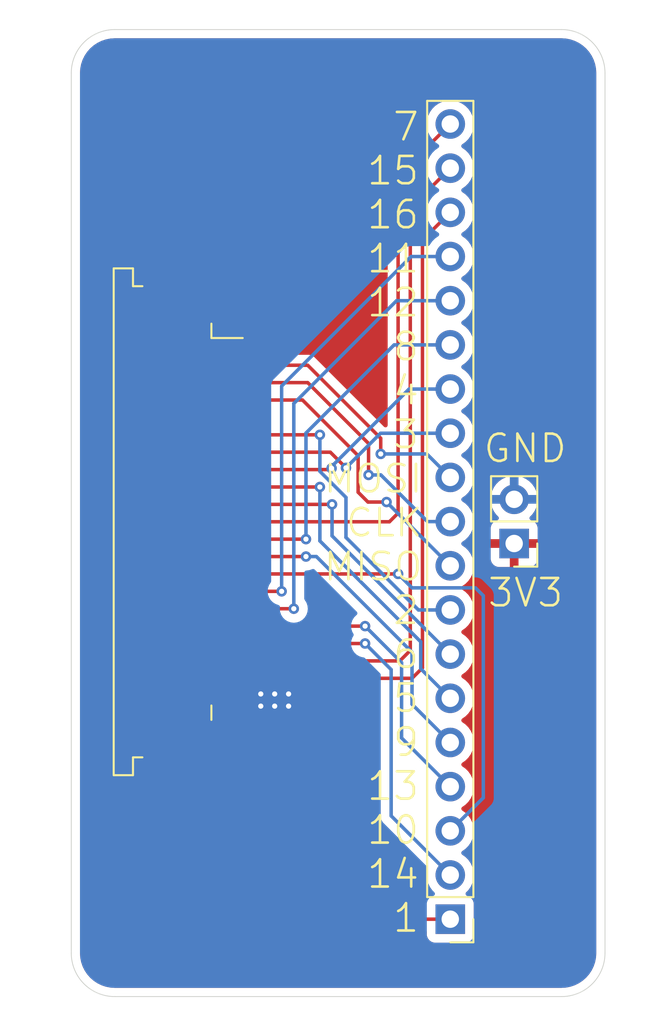
<source format=kicad_pcb>
(kicad_pcb (version 20240108) (generator "pcbnew") (generator_version "8.0")
  (layers (0 "F.Cu" signal) (31 "B.Cu" signal) (34 "B.Paste" user) (35 "F.Paste" user) (36 "B.SilkS" user "B.Silkscreen") (37 "F.SilkS" user "F.Silkscreen") (38 "B.Mask" user) (39 "F.Mask" user) (44 "Edge.Cuts" user))
  (net 0 "")
  (net 1 "/Y7")
  (net 2 "/Y4")
  (net 3 "/MOSI")
  (net 4 "/Y11")
  (net 5 "/Y6")
  (net 6 "/Y3")
  (net 7 "/Y9")
  (net 8 "/SCK")
  (net 10 "/Y12")
  (net 11 "/Y13")
  (net 12 "/Y10")
  (net 13 "/Y1")
  (net 14 "/Y5")
  (net 15 "/Y2")
  (net 16 "/Y15")
  (net 17 "/MISO")
  (net 18 "/Y14")
  (net 19 "/Y0")
  (net 20 "GND")
  (net 21 "+3V3")
  (net 22 "/Y8")
  (footprint "Connector_FFC-FPC:TE_2-84952-1_1x21-1MP_P1.0mm_Horizontal" (layer "F.Cu") (at 115.05 76.6 -90)
    (property "Reference" "J1" (hide yes))
    (property "Value" "Conn_01x21_MountingPin")
    (fp_line (start -14.57 4.71) (end -14.57 3.6) (stroke (width 0.12)) (layer "F.SilkS"))
    (fp_line (start 14.57 4.71) (end -14.57 4.71) (stroke (width 0.12)) (layer "F.SilkS"))
    (fp_line (start -14.57 3.6) (end -13.545 3.6) (stroke (width 0.12)) (layer "F.SilkS"))
    (fp_line (start -13.545 3.6) (end -13.545 3.06) (stroke (width 0.12)) (layer "F.SilkS"))
    (fp_line (start 13.545 3.6) (end 14.57 3.6) (stroke (width 0.12)) (layer "F.SilkS"))
    (fp_line (start 14.57 3.6) (end 14.57 4.71) (stroke (width 0.12)) (layer "F.SilkS"))
    (fp_line (start 13.545 3.06) (end 13.545 3.6) (stroke (width 0.12)) (layer "F.SilkS"))
    (fp_line (start -11.39 -0.91) (end -10.565 -0.91) (stroke (width 0.12)) (layer "F.SilkS"))
    (fp_line (start -10.565 -0.91) (end -10.565 -2.71) (stroke (width 0.12)) (layer "F.SilkS"))
    (fp_line (start 10.565 -0.91) (end 11.39 -0.91) (stroke (width 0.12)) (layer "F.SilkS"))
    (pad "1" smd rect (at -10 -1.8 270) (size 0.61 2) (layers "F.Cu" "F.Paste" "F.Mask") (net 21 "+3V3"))
    (pad "2" smd rect (at -9 -1.8 270) (size 0.61 2) (layers "F.Cu" "F.Paste" "F.Mask") (net 3 "/MOSI"))
    (pad "3" smd rect (at -8 -1.8 270) (size 0.61 2) (layers "F.Cu" "F.Paste" "F.Mask") (net 8 "/SCK"))
    (pad "4" smd rect (at -7 -1.8 270) (size 0.61 2) (layers "F.Cu" "F.Paste" "F.Mask") (net 17 "/MISO"))
    (pad "5" smd rect (at -6 -1.8 270) (size 0.61 2) (layers "F.Cu" "F.Paste" "F.Mask") (net 19 "/Y0"))
    (pad "6" smd rect (at -5 -1.8 270) (size 0.61 2) (layers "F.Cu" "F.Paste" "F.Mask") (net 13 "/Y1"))
    (pad "7" smd rect (at -4 -1.8 270) (size 0.61 2) (layers "F.Cu" "F.Paste" "F.Mask") (net 15 "/Y2"))
    (pad "8" smd rect (at -3 -1.8 270) (size 0.61 2) (layers "F.Cu" "F.Paste" "F.Mask") (net 6 "/Y3"))
    (pad "9" smd rect (at -2 -1.8 270) (size 0.61 2) (layers "F.Cu" "F.Paste" "F.Mask") (net 2 "/Y4"))
    (pad "10" smd rect (at -1 -1.8 270) (size 0.61 2) (layers "F.Cu" "F.Paste" "F.Mask") (net 14 "/Y5"))
    (pad "11" smd rect (at 0 -1.8 270) (size 0.61 2) (layers "F.Cu" "F.Paste" "F.Mask") (net 5 "/Y6"))
    (pad "12" smd rect (at 1 -1.8 270) (size 0.61 2) (layers "F.Cu" "F.Paste" "F.Mask") (net 1 "/Y7"))
    (pad "13" smd rect (at 2 -1.8 270) (size 0.61 2) (layers "F.Cu" "F.Paste" "F.Mask") (net 22 "/Y8"))
    (pad "14" smd rect (at 3 -1.8 270) (size 0.61 2) (layers "F.Cu" "F.Paste" "F.Mask") (net 7 "/Y9"))
    (pad "15" smd rect (at 4 -1.8 270) (size 0.61 2) (layers "F.Cu" "F.Paste" "F.Mask") (net 12 "/Y10"))
    (pad "16" smd rect (at 5 -1.8 270) (size 0.61 2) (layers "F.Cu" "F.Paste" "F.Mask") (net 4 "/Y11"))
    (pad "17" smd rect (at 6 -1.8 270) (size 0.61 2) (layers "F.Cu" "F.Paste" "F.Mask") (net 10 "/Y12"))
    (pad "18" smd rect (at 7 -1.8 270) (size 0.61 2) (layers "F.Cu" "F.Paste" "F.Mask") (net 11 "/Y13"))
    (pad "19" smd rect (at 8 -1.8 270) (size 0.61 2) (layers "F.Cu" "F.Paste" "F.Mask") (net 18 "/Y14"))
    (pad "20" smd rect (at 9 -1.8 270) (size 0.61 2) (layers "F.Cu" "F.Paste" "F.Mask") (net 16 "/Y15"))
    (pad "21" smd rect (at 10 -1.8 270) (size 0.61 2) (layers "F.Cu" "F.Paste" "F.Mask") (net 20 "GND"))
    (pad "MP" smd rect (at -12.99 1 270) (size 2.68 3.6) (layers "F.Cu" "F.Paste" "F.Mask"))
    (pad "MP" smd rect (at 12.99 1 270) (size 2.68 3.6) (layers "F.Cu" "F.Paste" "F.Mask"))
  )
  (footprint "Connector_PinHeader_2.54mm:PinHeader_1x19_P2.54mm_Vertical" (layer "F.Cu") (at 129.7 99.45 180)
    (property "Reference" "J2" (hide yes))
    (property "Value" "Conn_01x19_Pin")
    (fp_line (start 1.33 1.27) (end 1.33 47.05) (stroke (width 0.12)) (layer "F.SilkS"))
    (fp_line (start -1.33 47.05) (end 1.33 47.05) (stroke (width 0.12)) (layer "F.SilkS"))
    (fp_line (start -1.33 1.27) (end 1.33 1.27) (stroke (width 0.12)) (layer "F.SilkS"))
    (fp_line (start -1.33 1.27) (end -1.33 47.05) (stroke (width 0.12)) (layer "F.SilkS"))
    (fp_line (start -1.33 0) (end -1.33 -1.33) (stroke (width 0.12)) (layer "F.SilkS"))
    (fp_line (start -1.33 -1.33) (end 0 -1.33) (stroke (width 0.12)) (layer "F.SilkS"))
    (pad "1" thru_hole rect (at 0 0 180) (size 1.7 1.7) (drill 1) (layers "*.Cu" "*.Mask") (net 19 "/Y0"))
    (pad "2" thru_hole oval (at 0 2.54 180) (size 1.7 1.7) (drill 1) (layers "*.Cu" "*.Mask") (net 11 "/Y13"))
    (pad "3" thru_hole oval (at 0 5.08 180) (size 1.7 1.7) (drill 1) (layers "*.Cu" "*.Mask") (net 7 "/Y9"))
    (pad "4" thru_hole oval (at 0 7.62 180) (size 1.7 1.7) (drill 1) (layers "*.Cu" "*.Mask") (net 10 "/Y12"))
    (pad "5" thru_hole oval (at 0 10.16 180) (size 1.7 1.7) (drill 1) (layers "*.Cu" "*.Mask") (net 22 "/Y8"))
    (pad "6" thru_hole oval (at 0 12.7 180) (size 1.7 1.7) (drill 1) (layers "*.Cu" "*.Mask") (net 2 "/Y4"))
    (pad "7" thru_hole oval (at 0 15.24 180) (size 1.7 1.7) (drill 1) (layers "*.Cu" "*.Mask") (net 14 "/Y5"))
    (pad "8" thru_hole oval (at 0 17.78 180) (size 1.7 1.7) (drill 1) (layers "*.Cu" "*.Mask") (net 13 "/Y1"))
    (pad "9" thru_hole oval (at 0 20.32 180) (size 1.7 1.7) (drill 1) (layers "*.Cu" "*.Mask") (net 17 "/MISO"))
    (pad "10" thru_hole oval (at 0 22.86 180) (size 1.7 1.7) (drill 1) (layers "*.Cu" "*.Mask") (net 8 "/SCK"))
    (pad "11" thru_hole oval (at 0 25.4 180) (size 1.7 1.7) (drill 1) (layers "*.Cu" "*.Mask") (net 3 "/MOSI"))
    (pad "12" thru_hole oval (at 0 27.94 180) (size 1.7 1.7) (drill 1) (layers "*.Cu" "*.Mask") (net 15 "/Y2"))
    (pad "13" thru_hole oval (at 0 30.48 180) (size 1.7 1.7) (drill 1) (layers "*.Cu" "*.Mask") (net 6 "/Y3"))
    (pad "14" thru_hole oval (at 0 33.02 180) (size 1.7 1.7) (drill 1) (layers "*.Cu" "*.Mask") (net 1 "/Y7"))
    (pad "15" thru_hole oval (at 0 35.56 180) (size 1.7 1.7) (drill 1) (layers "*.Cu" "*.Mask") (net 4 "/Y11"))
    (pad "16" thru_hole oval (at 0 38.1 180) (size 1.7 1.7) (drill 1) (layers "*.Cu" "*.Mask") (net 12 "/Y10"))
    (pad "17" thru_hole oval (at 0 40.64 180) (size 1.7 1.7) (drill 1) (layers "*.Cu" "*.Mask") (net 16 "/Y15"))
    (pad "18" thru_hole oval (at 0 43.18 180) (size 1.7 1.7) (drill 1) (layers "*.Cu" "*.Mask") (net 18 "/Y14"))
    (pad "19" thru_hole oval (at 0 45.72 180) (size 1.7 1.7) (drill 1) (layers "*.Cu" "*.Mask") (net 5 "/Y6"))
  )
  (footprint "Connector_PinHeader_2.54mm:PinHeader_1x02_P2.54mm_Vertical" (layer "F.Cu") (at 133.375 77.85 180)
    (property "Reference" "J3" (hide yes))
    (property "Value" "Conn_01x02_Pin")
    (fp_line (start 1.33 1.27) (end 1.33 3.87) (stroke (width 0.12)) (layer "F.SilkS"))
    (fp_line (start -1.33 3.87) (end 1.33 3.87) (stroke (width 0.12)) (layer "F.SilkS"))
    (fp_line (start -1.33 1.27) (end 1.33 1.27) (stroke (width 0.12)) (layer "F.SilkS"))
    (fp_line (start -1.33 1.27) (end -1.33 3.87) (stroke (width 0.12)) (layer "F.SilkS"))
    (fp_line (start -1.33 0) (end -1.33 -1.33) (stroke (width 0.12)) (layer "F.SilkS"))
    (fp_line (start -1.33 -1.33) (end 0 -1.33) (stroke (width 0.12)) (layer "F.SilkS"))
    (pad "1" thru_hole rect (at 0 0 180) (size 1.7 1.7) (drill 1) (layers "*.Cu" "*.Mask") (net 21 "+3V3"))
    (pad "2" thru_hole oval (at 0 2.54 180) (size 1.7 1.7) (drill 1) (layers "*.Cu" "*.Mask") (net 20 "GND"))
  )
  (gr_line (start 110.4 48.3) (end 136.1 48.3) (stroke (width 0.05)) (layer "Edge.Cuts"))
  (gr_arc (start 110.4 103.9) (mid 108.632233 103.167767) (end 107.9 101.4) (stroke (width 0.05)) (layer "Edge.Cuts"))
  (gr_arc (start 107.9 50.8) (mid 108.632233 49.032233) (end 110.4 48.3) (stroke (width 0.05)) (layer "Edge.Cuts"))
  (gr_line (start 138.6 50.8) (end 138.6 101.4) (stroke (width 0.05)) (layer "Edge.Cuts"))
  (gr_arc (start 136.1 48.3) (mid 137.867767 49.032233) (end 138.6 50.8) (stroke (width 0.05)) (layer "Edge.Cuts"))
  (gr_arc (start 138.6 101.4) (mid 137.867767 103.167767) (end 136.1 103.9) (stroke (width 0.05)) (layer "Edge.Cuts"))
  (gr_line (start 136.1 103.9) (end 110.4 103.9) (stroke (width 0.05)) (layer "Edge.Cuts"))
  (gr_line (start 107.9 101.4) (end 107.9 50.8) (stroke (width 0.05)) (layer "Edge.Cuts"))
  (gr_text "MOSI\nCLK\nMISO" (at 128.2 80.1 0) (layer "F.SilkS") (effects (font (size 1.57 1.57)) (justify right bottom)))
  (gr_text "3V3" (at 136.3 81.6 0) (layer "F.SilkS") (effects (font (size 1.57 1.57)) (justify right bottom)))
  (gr_text "GND" (at 136.5 73.3 0) (layer "F.SilkS") (effects (font (size 1.57 1.57)) (justify right bottom)))
  (gr_text "2\n6\n5\n9\n13\n10\n14\n1" (at 128 100.3 0) (layer "F.SilkS") (effects (font (size 1.57 1.57)) (justify right bottom)))
  (gr_text "7\n15\n16\n11\n12\n8\n4\n3" (at 128 72.5 0) (layer "F.SilkS") (effects (font (size 1.57 1.57)) (justify right bottom)))
  (segment (start 121.4 77.6) (end 116.85 77.6) (width 0.2) (layer "F.Cu") (net 1))
  (via (at 121.4 77.6) (size 0.6) (drill 0.3) (layers "F.Cu" "B.Cu") (net 1))
  (segment (start 121.4 77.6) (end 121.4 71.5) (width 0.2) (layer "B.Cu") (net 1))
  (segment (start 126.47 66.43) (end 129.7 66.43) (width 0.2) (layer "B.Cu") (net 1))
  (segment (start 121.4 71.5) (end 126.47 66.43) (width 0.2) (layer "B.Cu") (net 1))
  (segment (start 122.2 74.6) (end 116.85 74.6) (width 0.2) (layer "F.Cu") (net 2))
  (via (at 122.2 74.6) (size 0.6) (drill 0.3) (layers "F.Cu" "B.Cu") (net 2))
  (segment (start 128 83.5) (end 128 85.05) (width 0.2) (layer "B.Cu") (net 2))
  (segment (start 122.2 77.7) (end 128 83.5) (width 0.2) (layer "B.Cu") (net 2))
  (segment (start 122.2 74.6) (end 122.2 77.7) (width 0.2) (layer "B.Cu") (net 2))
  (segment (start 128 85.05) (end 129.7 86.75) (width 0.2) (layer "B.Cu") (net 2))
  (segment (start 125.7 72.7) (end 125.7 71.8) (width 0.2) (layer "F.Cu") (net 3))
  (segment (start 125.7 71.8) (end 121.5 67.6) (width 0.2) (layer "F.Cu") (net 3))
  (segment (start 121.5 67.6) (end 116.85 67.6) (width 0.2) (layer "F.Cu") (net 3))
  (via (at 125.7 72.7) (size 0.6) (drill 0.3) (layers "F.Cu" "B.Cu") (net 3))
  (segment (start 125.7 72.7) (end 128.35 72.7) (width 0.2) (layer "B.Cu") (net 3))
  (segment (start 128.35 72.7) (end 129.7 74.05) (width 0.2) (layer "B.Cu") (net 3))
  (segment (start 120.7 81.6) (end 118.05 81.6) (width 0.2) (layer "F.Cu") (net 4))
  (segment (start 118.05 81.6) (end 116.85 81.6) (width 0.2) (layer "F.Cu") (net 4))
  (via (at 120.7 81.6) (size 0.6) (drill 0.3) (layers "F.Cu" "B.Cu") (net 4))
  (segment (start 126.61 63.89) (end 129.7 63.89) (width 0.2) (layer "B.Cu") (net 4))
  (segment (start 120.7 81.6) (end 120.7 69.8) (width 0.2) (layer "B.Cu") (net 4))
  (segment (start 120.7 69.8) (end 126.61 63.89) (width 0.2) (layer "B.Cu") (net 4))
  (segment (start 126.2 76.6) (end 126.7 76.1) (width 0.2) (layer "F.Cu") (net 5))
  (segment (start 116.85 76.6) (end 126.2 76.6) (width 0.2) (layer "F.Cu") (net 5))
  (segment (start 126.7 56.73) (end 129.7 53.73) (width 0.2) (layer "F.Cu") (net 5))
  (segment (start 126.7 76.1) (end 126.7 56.73) (width 0.2) (layer "F.Cu") (net 5))
  (segment (start 122.8 73.6) (end 116.85 73.6) (width 0.2) (layer "F.Cu") (net 6))
  (segment (start 122.874265 73.525735) (end 122.8 73.6) (width 0.2) (layer "F.Cu") (net 6))
  (via (at 122.874265 73.525735) (size 0.6) (drill 0.3) (layers "F.Cu" "B.Cu") (net 6))
  (segment (start 122.874265 73.425735) (end 127.33 68.97) (width 0.2) (layer "B.Cu") (net 6))
  (segment (start 122.874265 73.525735) (end 122.874265 73.425735) (width 0.2) (layer "B.Cu") (net 6))
  (segment (start 127.33 68.97) (end 129.7 68.97) (width 0.2) (layer "B.Cu") (net 6))
  (segment (start 126.7 79.6) (end 116.85 79.6) (width 0.2) (layer "F.Cu") (net 7))
  (via (at 126.7 79.6) (size 0.6) (drill 0.3) (layers "F.Cu" "B.Cu") (net 7))
  (segment (start 127.5 80.4) (end 131.15 80.4) (width 0.2) (layer "B.Cu") (net 7))
  (segment (start 131.6 92.47) (end 129.7 94.37) (width 0.2) (layer "B.Cu") (net 7))
  (segment (start 131.6 80.85) (end 131.6 92.47) (width 0.2) (layer "B.Cu") (net 7))
  (segment (start 126.7 79.6) (end 127.5 80.4) (width 0.2) (layer "B.Cu") (net 7))
  (segment (start 131.15 80.4) (end 131.6 80.85) (width 0.2) (layer "B.Cu") (net 7))
  (segment (start 121.5 68.6) (end 116.85 68.6) (width 0.2) (layer "F.Cu") (net 8))
  (segment (start 125 73.908625) (end 125 72.1) (width 0.2) (layer "F.Cu") (net 8))
  (segment (start 125 72.1) (end 121.5 68.6) (width 0.2) (layer "F.Cu") (net 8))
  (via (at 125 73.908625) (size 0.6) (drill 0.3) (layers "F.Cu" "B.Cu") (net 8))
  (segment (start 125 73.908625) (end 125.708625 73.908625) (width 0.2) (layer "B.Cu") (net 8))
  (segment (start 125.708625 73.908625) (end 128.39 76.59) (width 0.2) (layer "B.Cu") (net 8))
  (segment (start 128.39 76.59) (end 129.7 76.59) (width 0.2) (layer "B.Cu") (net 8))
  (segment (start 124.8 82.6) (end 118.05 82.6) (width 0.2) (layer "F.Cu") (net 10))
  (segment (start 118.05 82.6) (end 116.85 82.6) (width 0.2) (layer "F.Cu") (net 10))
  (via (at 124.8 82.6) (size 0.6) (drill 0.3) (layers "F.Cu" "B.Cu") (net 10))
  (segment (start 124.8 82.6) (end 126.9 84.7) (width 0.2) (layer "B.Cu") (net 10))
  (segment (start 126.9 89.03) (end 129.7 91.83) (width 0.2) (layer "B.Cu") (net 10))
  (segment (start 126.9 84.7) (end 126.9 89.03) (width 0.2) (layer "B.Cu") (net 10))
  (segment (start 116.85 83.6) (end 124.8 83.6) (width 0.2) (layer "F.Cu") (net 11))
  (via (at 124.8 83.6) (size 0.6) (drill 0.3) (layers "F.Cu" "B.Cu") (net 11))
  (segment (start 124.8 83.6) (end 126.3 85.1) (width 0.2) (layer "B.Cu") (net 11))
  (segment (start 126.3 93.51) (end 129.7 96.91) (width 0.2) (layer "B.Cu") (net 11))
  (segment (start 126.3 85.1) (end 126.3 93.51) (width 0.2) (layer "B.Cu") (net 11))
  (segment (start 116.85 80.6) (end 120 80.6) (width 0.2) (layer "F.Cu") (net 12))
  (via (at 120 80.6) (size 0.6) (drill 0.3) (layers "F.Cu" "B.Cu") (net 12))
  (segment (start 120 80.6) (end 120 68.8) (width 0.2) (layer "B.Cu") (net 12))
  (segment (start 120 68.8) (end 127.45 61.35) (width 0.2) (layer "B.Cu") (net 12))
  (segment (start 127.45 61.35) (end 129.7 61.35) (width 0.2) (layer "B.Cu") (net 12))
  (segment (start 122.2 71.6) (end 116.85 71.6) (width 0.2) (layer "F.Cu") (net 13))
  (via (at 122.2 71.6) (size 0.6) (drill 0.3) (layers "F.Cu" "B.Cu") (net 13))
  (segment (start 122.2 73.7) (end 123.7 75.2) (width 0.2) (layer "B.Cu") (net 13))
  (segment (start 127.87 81.67) (end 129.7 81.67) (width 0.2) (layer "B.Cu") (net 13))
  (segment (start 123.7 75.2) (end 123.7 77.5) (width 0.2) (layer "B.Cu") (net 13))
  (segment (start 123.7 77.5) (end 127.87 81.67) (width 0.2) (layer "B.Cu") (net 13))
  (segment (start 122.2 71.6) (end 122.2 73.7) (width 0.2) (layer "B.Cu") (net 13))
  (segment (start 122.9 75.6) (end 116.85 75.6) (width 0.2) (layer "F.Cu") (net 14))
  (via (at 122.9 75.6) (size 0.6) (drill 0.3) (layers "F.Cu" "B.Cu") (net 14))
  (segment (start 122.9 77.41) (end 129.7 84.21) (width 0.2) (layer "B.Cu") (net 14))
  (segment (start 122.9 75.6) (end 122.9 77.41) (width 0.2) (layer "B.Cu") (net 14))
  (segment (start 123.7 73.5) (end 122.8 72.6) (width 0.2) (layer "F.Cu") (net 15))
  (segment (start 122.8 72.6) (end 116.85 72.6) (width 0.2) (layer "F.Cu") (net 15))
  (via (at 123.7 73.5) (size 0.6) (drill 0.3) (layers "F.Cu" "B.Cu") (net 15))
  (segment (start 125.69 71.51) (end 129.7 71.51) (width 0.2) (layer "B.Cu") (net 15))
  (segment (start 123.7 73.5) (end 125.69 71.51) (width 0.2) (layer "B.Cu") (net 15))
  (segment (start 127.5 85.6) (end 128.1 85) (width 0.2) (layer "F.Cu") (net 16))
  (segment (start 128.1 60.41) (end 129.7 58.81) (width 0.2) (layer "F.Cu") (net 16))
  (segment (start 116.85 85.6) (end 116.084314 85.6) (width 0.2) (layer "F.Cu") (net 16))
  (segment (start 116.85 85.6) (end 127.5 85.6) (width 0.2) (layer "F.Cu") (net 16))
  (segment (start 128.1 85) (end 128.1 60.41) (width 0.2) (layer "F.Cu") (net 16))
  (segment (start 124.4 74.9) (end 124.4 72.8) (width 0.2) (layer "F.Cu") (net 17))
  (segment (start 121.2 69.6) (end 116.85 69.6) (width 0.2) (layer "F.Cu") (net 17))
  (segment (start 124.4 72.8) (end 121.2 69.6) (width 0.2) (layer "F.Cu") (net 17))
  (segment (start 129.7 79.13) (end 129.7 79.1) (width 0.2) (layer "F.Cu") (net 17))
  (segment (start 126.035 75.465) (end 124.965 75.465) (width 0.2) (layer "F.Cu") (net 17))
  (segment (start 124.965 75.465) (end 124.4 74.9) (width 0.2) (layer "F.Cu") (net 17))
  (via (at 126.035 75.465) (size 0.6) (drill 0.3) (layers "F.Cu" "B.Cu") (net 17))
  (segment (start 126.035 75.465) (end 129.7 79.13) (width 0.2) (layer "B.Cu") (net 17))
  (segment (start 116.85 84.6) (end 126.8 84.6) (width 0.2) (layer "F.Cu") (net 18))
  (segment (start 127.4 84) (end 127.4 58.57) (width 0.2) (layer "F.Cu") (net 18))
  (segment (start 126.8 84.6) (end 127.4 84) (width 0.2) (layer "F.Cu") (net 18))
  (segment (start 127.4 58.57) (end 129.7 56.27) (width 0.2) (layer "F.Cu") (net 18))
  (segment (start 115.1 71.1) (end 115.1 86.755) (width 0.2) (layer "F.Cu") (net 19))
  (segment (start 115.6 70.6) (end 115.1 71.1) (width 0.2) (layer "F.Cu") (net 19))
  (segment (start 127.795 99.45) (end 129.7 99.45) (width 0.2) (layer "F.Cu") (net 19))
  (segment (start 116.85 70.6) (end 115.6 70.6) (width 0.2) (layer "F.Cu") (net 19))
  (segment (start 115.1 86.755) (end 127.795 99.45) (width 0.2) (layer "F.Cu") (net 19))
  (via (at 119.6 86.5) (size 0.6) (drill 0.3) (layers "F.Cu" "B.Cu") (net 20))
  (via (at 120.4 87.2) (size 0.6) (drill 0.3) (layers "F.Cu" "B.Cu") (net 20))
  (via (at 118.8 86.5) (size 0.6) (drill 0.3) (layers "F.Cu" "B.Cu") (net 20))
  (via (at 120.4 86.5) (size 0.6) (drill 0.3) (layers "F.Cu" "B.Cu") (net 20))
  (via (at 118.8 87.2) (size 0.6) (drill 0.3) (layers "F.Cu" "B.Cu") (net 20))
  (via (at 119.6 87.2) (size 0.6) (drill 0.3) (layers "F.Cu" "B.Cu") (net 20))
  (segment (start 121.4 78.6) (end 116.85 78.6) (width 0.2) (layer "F.Cu") (net 22))
  (via (at 121.4 78.6) (size 0.6) (drill 0.3) (layers "F.Cu" "B.Cu") (net 22))
  (segment (start 122 78.6) (end 127.5 84.1) (width 0.2) (layer "B.Cu") (net 22))
  (segment (start 121.4 78.6) (end 122 78.6) (width 0.2) (layer "B.Cu") (net 22))
  (segment (start 127.5 87.09) (end 129.7 89.29) (width 0.2) (layer "B.Cu") (net 22))
  (segment (start 127.5 84.1) (end 127.5 87.09) (width 0.2) (layer "B.Cu") (net 22))
  (zone (net 20) (net_name "GND") (layer "F.Cu") (priority 3) (connect_pads (clearance 0.5)) (min_thickness 0.25) (fill yes (thermal_gap 0.5) (thermal_bridge_width 0.5))
    (polygon (pts (xy 120.8 85.9) (xy 120.8 87.6) (xy 115.7 87.6) (xy 115.5 87.4) (xy 115.5 85.9) (xy 115.6 85.9)))
  )
  (zone (net 21) (net_name "+3V3") (layer "F.Cu") (priority 1) (connect_pads thru_hole_only (clearance 0.5)) (min_thickness 0.25) (fill yes (thermal_gap 0.5) (thermal_bridge_width 0.5) (smoothing fillet) (radius 1))
    (polygon (pts (xy 107.1 47.9) (xy 138.6 47.9) (xy 138.6 102.7) (xy 137.3 104) (xy 109.4 104) (xy 107.1 101.7)))
  )
  (zone (net 20) (net_name "GND") (layer "B.Cu") (priority 1) (connect_pads thru_hole_only (clearance 0.5)) (min_thickness 0.25) (fill yes (thermal_gap 0.5) (thermal_bridge_width 0.5) (smoothing fillet) (radius 1))
    (polygon (pts (xy 103.8 46.6) (xy 141.2 46.6) (xy 141.2 103.9) (xy 139.6 105.5) (xy 106.4 105.5) (xy 103.8 102.9)))
  )
)
</source>
